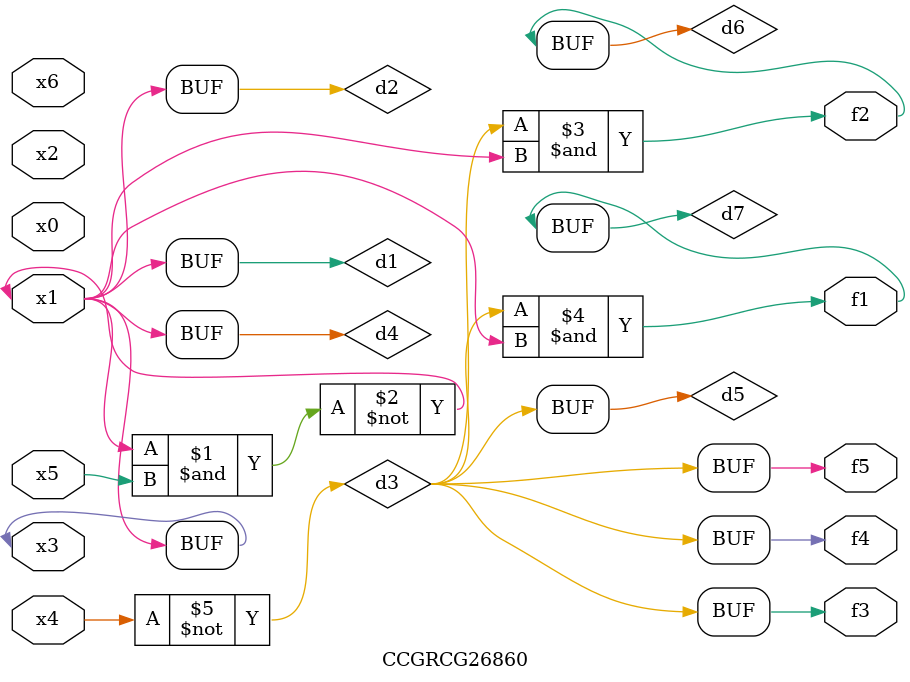
<source format=v>
module CCGRCG26860(
	input x0, x1, x2, x3, x4, x5, x6,
	output f1, f2, f3, f4, f5
);

	wire d1, d2, d3, d4, d5, d6, d7;

	buf (d1, x1, x3);
	nand (d2, x1, x5);
	not (d3, x4);
	buf (d4, d1, d2);
	buf (d5, d3);
	and (d6, d3, d4);
	and (d7, d3, d4);
	assign f1 = d7;
	assign f2 = d6;
	assign f3 = d5;
	assign f4 = d5;
	assign f5 = d5;
endmodule

</source>
